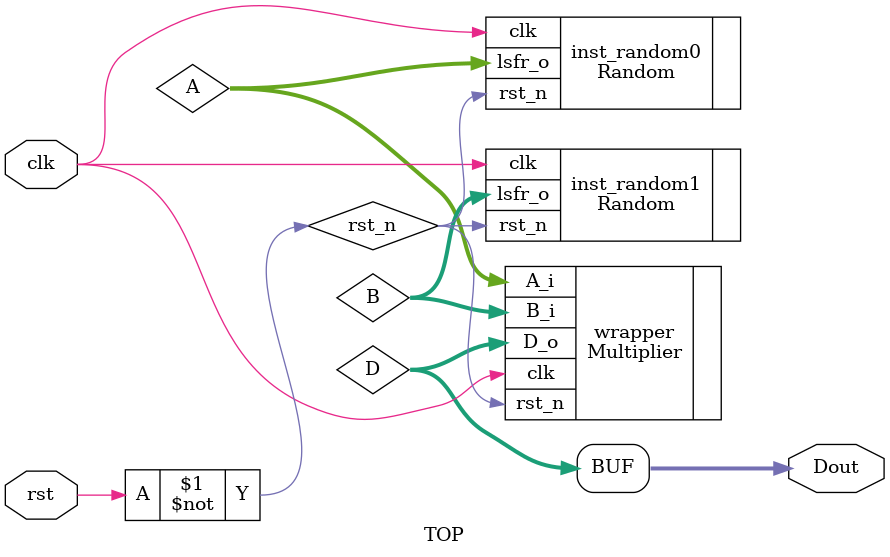
<source format=v>
`timescale 1ns / 1ps


module TOP(
input wire clk,
input wire rst,
output wire [7:0] Dout
    );
    wire rst_n;
    assign rst_n = ~rst;
    
    wire [3:0] A;
    wire [3:0] B;
    wire [7:0] D;
    
    //pseudo-random number generation with LFSR
    Random #(.SEED(32'h8456CAD7) ) inst_random0( .clk(clk), .rst_n(rst_n), .lsfr_o(A) );
    Random #(.SEED(32'h897EA5F3) ) inst_random1( .clk(clk), .rst_n(rst_n), .lsfr_o(B) );
    
    Multiplier wrapper( .clk(clk), .rst_n(rst_n), .A_i(A), .B_i(B), .D_o(D) );
    
    // use LCD pin to provide output timing constrain, otherwise vivado will not synthesize design...
    assign Dout = D; 
endmodule

</source>
